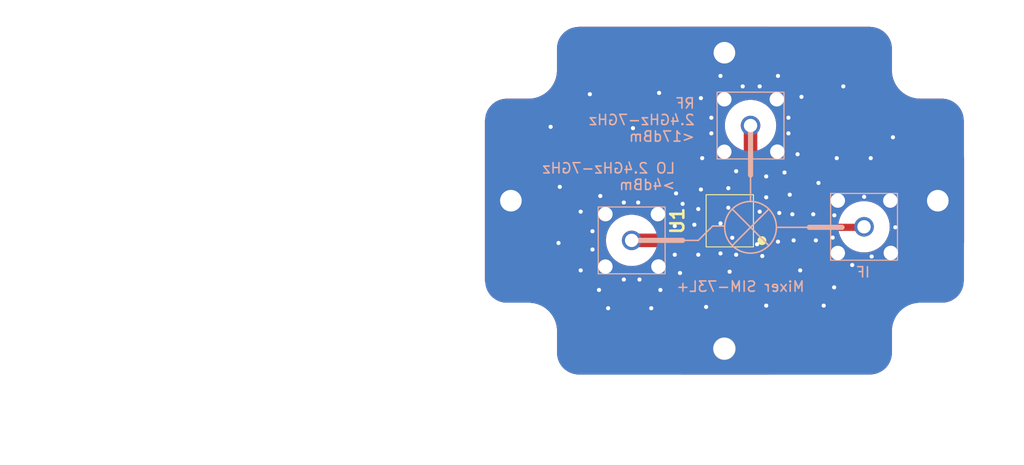
<source format=kicad_pcb>
(kicad_pcb (version 20240108) (generator "pcbnew") (generator_version "8.0")
  (layers (0 "F.Cu" signal) (31 "B.Cu" signal) (34 "B.Paste" user) (35 "F.Paste" user) (36 "B.SilkS" user "B.Silkscreen") (37 "F.SilkS" user "F.Silkscreen") (38 "B.Mask" user) (39 "F.Mask" user) (44 "Edge.Cuts" user))
  (net 0 "")
  (net 1 "GND")
  (net 2 "/IF")
  (net 3 "Net-(U1-RF)")
  (net 4 "Net-(U1-LO)")
  (footprint "MUSIC_Lab:Outline_3x2_cavity_1.5mm" (layer "F.Cu") (at 75.626252 98.201921)
    (property "Reference" "outline1" (hide yes))
    (property "Value" "~" (hide yes))
    (fp_circle (center 70.163748 -11.081921) (end 70.163748 -12.131921) (stroke (width 0.1)) (fill none) (layer "Edge.Cuts"))
    (fp_poly (pts (arc (start 53.907539 -10.683414) (mid 54.522614 -9.198523) (end 56.007491 -8.583414)) (arc (start 84.347539 -8.583413) (mid 85.832429 -9.198514) (end 86.447539 -10.683401)) (arc (start 86.447539 -12.783401) (mid 87.267035 -14.754369) (end 89.242316 -15.563414)) (arc (start 91.327539 -15.563414) (mid 92.812429 -16.178514) (end 93.427539 -17.663401)) (arc (start 93.427539 -33.319696) (mid 92.806647 -34.794049) (end 91.327491 -35.403414)) (arc (start 89.227491 -35.403414) (mid 87.26178 -36.217689) (end 86.447539 -38.183414)) (arc (start 86.447539 -40.266906) (mid 85.838239 -41.762457) (end 84.347491 -42.383415)) (arc (start 55.994958 -42.383414) (mid 54.518224 -41.763835) (end 53.907539 -40.283401)) (arc (start 53.907539 -38.1834) (mid 53.093262 -36.217681) (end 51.127539 -35.403414)) (arc (start 49.014958 -35.403414) (mid 47.538224 -34.783835) (end 46.927539 -33.303401)) (arc (start 46.927539 -17.663414) (mid 47.542614 -16.178523) (end 49.027491 -15.563414)) (arc (start 51.127391 -15.563414) (mid 53.086569 -14.755788) (end 53.907539 -12.802164))) (stroke (width 0.0001)) (fill none) (layer "Edge.Cuts"))
    (pad "1" thru_hole circle (at 49.413748 -25.481921) (size 3 3) (drill 2.1) (layers "*.Cu" "*.Mask") (net 1 "GND"))
    (pad "1" thru_hole circle (at 70.163748 -11.081921) (size 3 3) (drill 2.1) (layers "*.Cu" "*.Mask") (net 1 "GND"))
    (pad "1" thru_hole custom (at 70.171458 -39.881921) (size 3 3) (drill 2.1) (layers "*.Cu" "*.Mask") (net 1 "GND") (options (clearance outline) (anchor circle)) (primitives (gr_poly (pts (xy 4.09439 -2.532075) (xy -4.269038 -2.532075) (xy -4.209038 -1.00664) (xy -4.091013 -1.019578) (xy -3.853623 -1.015131) (xy -3.619343 -0.976572) (xy -3.39305 -0.904704) (xy -3.179452 -0.801024) (xy -2.982995 -0.667688) (xy -2.807768 -0.507472) (xy -2.657417 -0.32371) (xy -2.535072 -0.120227) (xy -2.443279 0.098743) (xy -2.411727 0.213206) (xy -2.395954 0.366565) (xy -2.329764 0.667679) (xy -2.225472 0.957805) (xy -2.084803 1.232145) (xy -1.910083 1.48616) (xy -1.704204 1.715647) (xy -1.470572 1.916809) (xy -1.213052 2.086319) (xy -0.935904 2.221372) (xy -0.643713 2.319734) (xy -0.341314 2.379777) (xy -0.03371 2.400508) (xy 0.274011 2.381585) (xy 0.576758 2.323319) (xy 0.869521 2.226676) (xy 1.147458 2.093254) (xy 1.40597 1.92526) (xy 1.64078 1.725473) (xy 1.848004 1.4972) (xy 2.024213 1.244217) (xy 2.166492 0.970708) (xy 2.272487 0.681199) (xy 2.340444 0.380479) (xy 2.357079 0.227212) (xy 2.388637 0.112751) (xy 2.480429 -0.10622) (xy 2.602773 -0.309704) (xy 2.753123 -0.493467) (xy 2.928349 -0.653684) (xy 3.124806 -0.787021) (xy 3.338403 -0.890703) (xy 3.564697 -0.962572) (xy 3.798976 -1.001132) (xy 4.036366 -1.005582) (xy 4.15439 -0.992634)) (width 0) (fill yes)) (gr_rect (start -14.190291 -2.5) (end 14.19029 -1) (width 0.05) (fill yes)) (gr_poly (pts (arc (start 21.142242 4.479999) (mid 22.619 5.099554) (end 23.229661 6.580012)) (arc (start 21.729662 6.580012) (mid 21.556262 6.158134) (end 21.136361 5.979999)) (arc (start 19.029661 5.979999) (mid 16.003253 4.726417) (end 14.749661 1.700012)) (arc (start 14.749661 -0.399988) (mid 14.576261 -0.821866) (end 14.15636 -1.000001)) (arc (start 14.162242 -2.500001) (mid 15.639 -1.880446) (end 16.249661 -0.399988)) (arc (start 16.249661 1.700013) (mid 17.063913 3.665756) (end 19.029661 4.479999))) (width 0) (fill yes)) (gr_rect (start 21.74229 6.564832) (end 23.24229 22.220013) (width 0.05) (fill yes)) (gr_poly (pts (arc (start 21.154871 24.320026) (mid 22.631629 23.700471) (end 23.24229 22.220013)) (arc (start 21.742291 22.220013) (mid 21.568891 22.641891) (end 21.14899 22.820026)) (arc (start 19.04229 22.820026) (mid 16.015882 24.073608) (end 14.76229 27.100013)) (arc (start 14.76229 29.200013) (mid 14.58889 29.621891) (end 14.168989 29.800026)) (arc (start 14.174871 31.300026) (mid 15.651629 30.680471) (end 16.26229 29.200013)) (arc (start 16.26229 27.100012) (mid 17.076542 25.134269) (end 19.04229 24.320026))) (width 0) (fill yes)) (gr_rect (start -14.218291 29.800001) (end 14.16229 31.300001) (width 0.05) (fill yes)) (gr_poly (pts (arc (start -21.157758 24.32) (mid -22.634516 23.700445) (end -23.245177 22.219987)) (arc (start -21.745178 22.219987) (mid -21.571778 22.641865) (end -21.151877 22.82)) (arc (start -19.045177 22.82) (mid -16.018769 24.073582) (end -14.765177 27.099987)) (arc (start -14.765177 29.199987) (mid -14.591777 29.621865) (end -14.171876 29.8)) (arc (start -14.177758 31.3) (mid -15.654516 30.680445) (end -16.265177 29.199987)) (arc (start -16.265177 27.099986) (mid -17.079429 25.134243) (end -19.045177 24.32))) (width 0) (fill yes)) (gr_rect (start -23.25771 6.564819) (end -21.75771 22.22) (width 0.05) (fill yes)) (gr_poly (pts (xy 23.294873 18.524608) (xy 23.294873 10.16118) (xy 21.769438 10.22118) (xy 21.782376 10.339205) (xy 21.777929 10.576595) (xy 21.73937 10.810875) (xy 21.667502 11.037168) (xy 21.563822 11.250766) (xy 21.430486 11.447223) (xy 21.27027 11.622451) (xy 21.086508 11.772801) (xy 20.883025 11.895146) (xy 20.664054 11.986939) (xy 20.549592 12.018492) (xy 20.396234 12.034264) (xy 20.095119 12.100454) (xy 19.804993 12.204746) (xy 19.530653 12.345415) (xy 19.276638 12.520135) (xy 19.047152 12.726014) (xy 18.845989 12.959645) (xy 18.676479 13.217166) (xy 18.541426 13.494314) (xy 18.443064 13.786505) (xy 18.383021 14.088904) (xy 18.36229 14.396508) (xy 18.381213 14.704229) (xy 18.439479 15.006976) (xy 18.536122 15.299739) (xy 18.669544 15.577676) (xy 18.837538 15.836188) (xy 19.037324 16.070998) (xy 19.265597 16.278222) (xy 19.518581 16.454431) (xy 19.792089 16.59671) (xy 20.081599 16.702705) (xy 20.382319 16.770662) (xy 20.535586 16.787297) (xy 20.650047 16.818855) (xy 20.869019 16.910647) (xy 21.072501 17.032992) (xy 21.256265 17.183341) (xy 21.416482 17.358567) (xy 21.549819 17.555024) (xy 21.653501 17.768621) (xy 21.72537 17.994915) (xy 21.763929 18.229194) (xy 21.76838 18.466584) (xy 21.755432 18.584608)) (width 0) (fill yes)) (gr_poly (pts (xy -4.09581 31.32909) (xy 4.267618 31.32909) (xy 4.207618 29.803655) (xy 4.089593 29.816593) (xy 3.852203 29.812147) (xy 3.617923 29.773587) (xy 3.391631 29.701719) (xy 3.178032 29.598039) (xy 2.981575 29.464703) (xy 2.806348 29.304487) (xy 2.655997 29.120726) (xy 2.533652 28.917241) (xy 2.441859 28.698271) (xy 2.410306 28.583809) (xy 2.394534 28.43045) (xy 2.328344 28.129336) (xy 2.224052 27.83921) (xy 2.083383 27.56487) (xy 1.908663 27.310855) (xy 1.702784 27.081369) (xy 1.469151 26.880206) (xy 1.211632 26.710696) (xy 0.934484 26.575642) (xy 0.642293 26.477281) (xy 0.339894 26.417239) (xy 0.03229 26.396508) (xy -0.275431 26.41543) (xy -0.578179 26.473696) (xy -0.870941 26.570339) (xy -1.148878 26.703761) (xy -1.40739 26.871755) (xy -1.6422 27.071542) (xy -1.849424 27.299815) (xy -2.025633 27.552798) (xy -2.167912 27.826307) (xy -2.273907 28.115816) (xy -2.341864 28.416536) (xy -2.358499 28.569803) (xy -2.390057 28.684264) (xy -2.481849 28.903235) (xy -2.604194 29.106719) (xy -2.754543 29.290481) (xy -2.929769 29.450698) (xy -3.126226 29.584036) (xy -3.339823 29.687718) (xy -3.566117 29.759587) (xy -3.800396 29.798147) (xy -4.037786 29.802597) (xy -4.15581 29.789649)) (width 0) (fill yes)) (gr_poly (pts (xy -23.280293 10.278408) (xy -23.280293 18.641836) (xy -21.754858 18.581836) (xy -21.767796 18.463811) (xy -21.763349 18.226421) (xy -21.72479 17.992141) (xy -21.652922 17.765848) (xy -21.549242 17.55225) (xy -21.415906 17.355793) (xy -21.25569 17.180566) (xy -21.071928 17.030215) (xy -20.868445 16.90787) (xy -20.649474 16.816077) (xy -20.535012 16.784524) (xy -20.381653 16.768752) (xy -20.080539 16.702562) (xy -19.790413 16.59827) (xy -19.516073 16.457601) (xy -19.262058 16.282881) (xy -19.032572 16.077002) (xy -18.831409 15.84337) (xy -18.661899 15.58585) (xy -18.526846 15.308702) (xy -18.428484 15.016511) (xy -18.368441 14.714112) (xy -18.34771 14.406508) (xy -18.366633 14.098787) (xy -18.424899 13.79604) (xy -18.521542 13.503277) (xy -18.654964 13.22534) (xy -18.822958 12.966828) (xy -19.022745 12.732018) (xy -19.251018 12.524794) (xy -19.504001 12.348585) (xy -19.77751 12.206306) (xy -20.067019 12.100311) (xy -20.367739 12.032354) (xy -20.521006 12.015719) (xy -20.635467 11.984161) (xy -20.854438 11.892369) (xy -21.057922 11.770024) (xy -21.241685 11.619675) (xy -21.401902 11.444449) (xy -21.535239 11.247992) (xy -21.638921 11.034395) (xy -21.71079 10.808101) (xy -21.74935 10.573822) (xy -21.7538 10.336432) (xy -21.740852 10.218408)) (width 0) (fill yes)) (gr_poly (pts (arc (start -21.170291 4.48) (mid -22.647049 5.099555) (end -23.25771 6.580013)) (arc (start -21.757711 6.580013) (mid -21.584311 6.158135) (end -21.16441 5.98)) (arc (start -19.05771 5.98) (mid -16.031302 4.726418) (end -14.77771 1.700013)) (arc (start -14.77771 -0.399987) (mid -14.60431 -0.821865) (end -14.184409 -1)) (arc (start -14.190291 -2.5) (mid -15.667049 -1.880445) (end -16.27771 -0.399987)) (arc (start -16.27771 1.700014) (mid -17.091962 3.665757) (end -19.05771 4.48))) (width 0) (fill yes))))
    (pad "1" thru_hole circle (at 90.913749 -25.481921) (size 3 3) (drill 2.1) (layers "*.Cu" "*.Mask") (net 1 "GND"))
  )
  (footprint "MUSIC_Lab:Mixer_SIM73L" (layer "F.Cu") (at 146.304 74.676 90)
    (property "Reference" "U1" (at 0 -5.08 90) (layer "F.SilkS") (effects (font (size 1.27 1.27) (thickness 0.254))))
    (property "Value" "~" (hide yes))
    (fp_rect (start -2.54 -2.286) (end 2.54 2.3114) (stroke (width 0.1)) (fill none) (layer "F.SilkS"))
    (fp_circle (center -1.93 3.14) (end -1.5488 3.14) (stroke (width 0.1)) (fill solid) (layer "F.SilkS"))
    (pad "1" smd rect (at -1.905 0.975 90) (size 0.76 3.23) (layers "F.Cu" "F.Paste" "F.Mask") (net 1 "GND"))
    (pad "2" smd rect (at -0.635 2.045 90) (size 0.76 1.09) (layers "F.Cu" "F.Paste" "F.Mask") (net 2 "/IF"))
    (pad "3" smd rect (at 0.635 1.6 90) (size 0.76 1.98) (layers "F.Cu" "F.Paste" "F.Mask") (net 1 "GND"))
    (pad "4" smd rect (at 1.905 2.045 90) (size 0.76 1.09) (layers "F.Cu" "F.Paste" "F.Mask") (net 3 "Net-(U1-RF)"))
    (pad "5" smd rect (at 1.905 -2.045 90) (size 0.76 1.09) (layers "F.Cu" "F.Paste" "F.Mask") (net 1 "GND"))
    (pad "6" smd rect (at 0.635 -2.045 90) (size 0.76 1.09) (layers "F.Cu" "F.Paste" "F.Mask") (net 1 "GND"))
    (pad "7" smd rect (at -0.635 -2.045 90) (size 0.76 1.09) (layers "F.Cu" "F.Paste" "F.Mask") (net 1 "GND"))
    (pad "8" smd rect (at -1.905 -2.045 90) (size 0.76 1.09) (layers "F.Cu" "F.Paste" "F.Mask") (net 4 "Net-(U1-LO)"))
    (pad "9" smd rect (at -1.27 -0.015 90) (size 0.51 1.25) (layers "F.Cu" "F.Paste" "F.Mask") (net 1 "GND"))
    (pad "9" smd rect (at 0.635 -0.445 180) (size 2.11 3.3) (layers "F.Cu" "F.Paste" "F.Mask") (net 1 "GND"))
  )
  (footprint "MUSIC_Lab:SMA_KHD_Back" (layer "B.Cu") (at 148.336 65.405 180)
    (property "Reference" "SMA1" (hide yes))
    (property "Value" "~" (hide yes))
    (fp_rect (start 3.25 -3.25) (end -3.25 3.25) (stroke (width 0.12)) (fill none) (layer "B.SilkS"))
    (pad "1" thru_hole circle (at 0 0 180) (size 1.9 1.9) (drill 1.3) (layers "*.Cu" "*.Mask") (net 3 "Net-(U1-RF)"))
    (pad "2" thru_hole circle (at -2.6 -2.54 180) (size 2 2) (drill 1.4) (layers "*.Cu" "*.Mask") (net 1 "GND") (thermal_bridge_width 0.5) (thermal_gap 0.25))
    (pad "2" thru_hole circle (at -2.55 2.55 180) (size 2 2) (drill 1.4) (layers "*.Cu" "*.Mask") (net 1 "GND") (thermal_bridge_width 0.5) (thermal_gap 0.25))
    (pad "2" thru_hole circle (at 2.55 -2.55 180) (size 2 2) (drill 1.4) (layers "*.Cu" "*.Mask") (net 1 "GND") (thermal_bridge_width 0.5) (thermal_gap 0.25))
    (pad "2" thru_hole circle (at 2.55 2.55 180) (size 2 2) (drill 1.4) (layers "*.Cu" "*.Mask") (net 1 "GND") (thermal_bridge_width 0.5) (thermal_gap 0.25))
    (zone (net 0) (net_name "") (layers "*.Cu") (connect_pads (clearance 0)) (min_thickness 0.25)
      (keepout (tracks allowed) (vias not_allowed) (pads allowed) (copperpour not_allowed) (footprints allowed))
      (fill (thermal_gap 0.5) (thermal_bridge_width 0.5))
      (polygon (pts (xy 145.836 65.405) (xy 145.855713 65.091667) (xy 145.914542 64.783275) (xy 146.011559 64.484689) (xy 146.145233 64.200616) (xy 146.313458 63.935537) (xy 146.513578 63.693632) (xy 146.74244 63.478717) (xy 146.996433 63.29418) (xy 147.271552 63.142932) (xy 147.563458 63.027359) (xy 147.867547 62.949282) (xy 148.179024 62.909933) (xy 148.492976 62.909933) (xy 148.804453 62.949282) (xy 149.108542 63.027359) (xy 149.400448 63.142932) (xy 149.675567 63.29418) (xy 149.92956 63.478717) (xy 150.158422 63.693632) (xy 150.358542 63.935537) (xy 150.526767 64.200616) (xy 150.660441 64.484689) (xy 150.757458 64.783275) (xy 150.816287 65.091667) (xy 150.836 65.405) (xy 150.816287 65.718333) (xy 150.757458 66.026725) (xy 150.660441 66.325311) (xy 150.526767 66.609384) (xy 150.358542 66.874463) (xy 150.158422 67.116368) (xy 149.92956 67.331283) (xy 149.675567 67.51582) (xy 149.400448 67.667068) (xy 149.108542 67.782641) (xy 148.804453 67.860718) (xy 148.492976 67.900067) (xy 148.179024 67.900067) (xy 147.867547 67.860718) (xy 147.563458 67.782641) (xy 147.271552 67.667068) (xy 146.996433 67.51582) (xy 146.74244 67.331283) (xy 146.513578 67.116368) (xy 146.313458 66.874463) (xy 146.145233 66.609384) (xy 146.011559 66.325311) (xy 145.914542 66.026725) (xy 145.855713 65.718333)))
    )
  )
  (footprint "MUSIC_Lab:SMA_KHD_Back" (layer "B.Cu") (at 136.779 76.581 180)
    (property "Reference" "SMA2" (hide yes))
    (property "Value" "~" (hide yes))
    (fp_rect (start 3.25 -3.25) (end -3.25 3.25) (stroke (width 0.12)) (fill none) (layer "B.SilkS"))
    (pad "1" thru_hole circle (at 0 0 180) (size 1.9 1.9) (drill 1.3) (layers "*.Cu" "*.Mask") (net 4 "Net-(U1-LO)"))
    (pad "2" thru_hole circle (at -2.6 -2.54 180) (size 2 2) (drill 1.4) (layers "*.Cu" "*.Mask") (net 1 "GND") (thermal_bridge_width 0.5) (thermal_gap 0.25))
    (pad "2" thru_hole circle (at -2.55 2.55 180) (size 2 2) (drill 1.4) (layers "*.Cu" "*.Mask") (net 1 "GND") (thermal_bridge_width 0.5) (thermal_gap 0.25))
    (pad "2" thru_hole circle (at 2.55 -2.55 180) (size 2 2) (drill 1.4) (layers "*.Cu" "*.Mask") (net 1 "GND") (thermal_bridge_width 0.5) (thermal_gap 0.25))
    (pad "2" thru_hole circle (at 2.55 2.55 180) (size 2 2) (drill 1.4) (layers "*.Cu" "*.Mask") (net 1 "GND") (thermal_bridge_width 0.5) (thermal_gap 0.25))
    (zone (net 0) (net_name "") (layers "*.Cu") (connect_pads (clearance 0)) (min_thickness 0.25)
      (keepout (tracks allowed) (vias not_allowed) (pads allowed) (copperpour not_allowed) (footprints allowed))
      (fill (thermal_gap 0.5) (thermal_bridge_width 0.5))
      (polygon (pts (xy 134.279 76.581) (xy 134.298713 76.267667) (xy 134.357542 75.959275) (xy 134.454559 75.660689) (xy 134.588233 75.376616) (xy 134.756458 75.111537) (xy 134.956578 74.869632) (xy 135.18544 74.654717) (xy 135.439433 74.47018) (xy 135.714552 74.318932) (xy 136.006458 74.203359) (xy 136.310547 74.125282) (xy 136.622024 74.085933) (xy 136.935976 74.085933) (xy 137.247453 74.125282) (xy 137.551542 74.203359) (xy 137.843448 74.318932) (xy 138.118567 74.47018) (xy 138.37256 74.654717) (xy 138.601422 74.869632) (xy 138.801542 75.111537) (xy 138.969767 75.376616) (xy 139.103441 75.660689) (xy 139.200458 75.959275) (xy 139.259287 76.267667) (xy 139.279 76.581) (xy 139.259287 76.894333) (xy 139.200458 77.202725) (xy 139.103441 77.501311) (xy 138.969767 77.785384) (xy 138.801542 78.050463) (xy 138.601422 78.292368) (xy 138.37256 78.507283) (xy 138.118567 78.69182) (xy 137.843448 78.843068) (xy 137.551542 78.958641) (xy 137.247453 79.036718) (xy 136.935976 79.076067) (xy 136.622024 79.076067) (xy 136.310547 79.036718) (xy 136.006458 78.958641) (xy 135.714552 78.843068) (xy 135.439433 78.69182) (xy 135.18544 78.507283) (xy 134.956578 78.292368) (xy 134.756458 78.050463) (xy 134.588233 77.785384) (xy 134.454559 77.501311) (xy 134.357542 77.202725) (xy 134.298713 76.894333)))
    )
  )
  (footprint "MUSIC_Lab:SMA_KHD_Back" (layer "B.Cu") (at 159.37 75.26 180)
    (property "Reference" "SMA3" (hide yes))
    (property "Value" "~" (hide yes))
    (fp_rect (start 3.25 -3.25) (end -3.25 3.25) (stroke (width 0.12)) (fill none) (layer "B.SilkS"))
    (pad "1" thru_hole circle (at 0 0 180) (size 1.9 1.9) (drill 1.3) (layers "*.Cu" "*.Mask") (net 2 "/IF"))
    (pad "2" thru_hole circle (at -2.6 -2.54 180) (size 2 2) (drill 1.4) (layers "*.Cu" "*.Mask") (net 1 "GND") (thermal_bridge_width 0.5) (thermal_gap 0.25))
    (pad "2" thru_hole circle (at -2.55 2.55 180) (size 2 2) (drill 1.4) (layers "*.Cu" "*.Mask") (net 1 "GND") (thermal_bridge_width 0.5) (thermal_gap 0.25))
    (pad "2" thru_hole circle (at 2.55 -2.55 180) (size 2 2) (drill 1.4) (layers "*.Cu" "*.Mask") (net 1 "GND") (thermal_bridge_width 0.5) (thermal_gap 0.25))
    (pad "2" thru_hole circle (at 2.55 2.55 180) (size 2 2) (drill 1.4) (layers "*.Cu" "*.Mask") (net 1 "GND") (thermal_bridge_width 0.5) (thermal_gap 0.25))
    (zone (net 0) (net_name "") (layers "*.Cu") (connect_pads (clearance 0)) (min_thickness 0.25)
      (keepout (tracks allowed) (vias not_allowed) (pads allowed) (copperpour not_allowed) (footprints allowed))
      (fill (thermal_gap 0.5) (thermal_bridge_width 0.5))
      (polygon (pts (xy 156.87 75.26) (xy 156.889713 74.946667) (xy 156.948542 74.638275) (xy 157.045559 74.339689) (xy 157.179233 74.055616) (xy 157.347458 73.790537) (xy 157.547578 73.548632) (xy 157.77644 73.333717) (xy 158.030433 73.14918) (xy 158.305552 72.997932) (xy 158.597458 72.882359) (xy 158.901547 72.804282) (xy 159.213024 72.764933) (xy 159.526976 72.764933) (xy 159.838453 72.804282) (xy 160.142542 72.882359) (xy 160.434448 72.997932) (xy 160.709567 73.14918) (xy 160.96356 73.333717) (xy 161.192422 73.548632) (xy 161.392542 73.790537) (xy 161.560767 74.055616) (xy 161.694441 74.339689) (xy 161.791458 74.638275) (xy 161.850287 74.946667) (xy 161.87 75.26) (xy 161.850287 75.573333) (xy 161.791458 75.881725) (xy 161.694441 76.180311) (xy 161.560767 76.464384) (xy 161.392542 76.729463) (xy 161.192422 76.971368) (xy 160.96356 77.186283) (xy 160.709567 77.37082) (xy 160.434448 77.522068) (xy 160.142542 77.637641) (xy 159.838453 77.715718) (xy 159.526976 77.755067) (xy 159.213024 77.755067) (xy 158.901547 77.715718) (xy 158.597458 77.637641) (xy 158.305552 77.522068) (xy 158.030433 77.37082) (xy 157.77644 77.186283) (xy 157.547578 76.971368) (xy 157.347458 76.729463) (xy 157.179233 76.464384) (xy 157.045559 76.180311) (xy 156.948542 75.881725) (xy 156.889713 75.573333)))
    )
  )
  (gr_line (start 141.732 76.581) (end 137.287 76.581) (stroke (width 0.5)) (layer "B.SilkS"))
  (gr_line (start 148.336 65.659) (end 148.336 70.231) (stroke (width 0.5)) (layer "B.SilkS"))
  (gr_line (start 157.226 75.311) (end 154.051 75.311) (stroke (width 0.5)) (layer "B.SilkS"))
  (gr_line (start 150.876 75.311) (end 154.178 75.311) (stroke (width 0.15)) (layer "B.SilkS"))
  (gr_line (start 146.558 73.533) (end 150.114 77.089) (stroke (width 0.15)) (layer "B.SilkS"))
  (gr_line (start 143.256 76.581) (end 141.097 76.581) (stroke (width 0.15)) (layer "B.SilkS"))
  (gr_line (start 150.0505 73.5965) (end 146.6215 77.0255) (stroke (width 0.15)) (layer "B.SilkS"))
  (gr_line (start 144.653 75.184) (end 143.24902 76.58798) (stroke (width 0.15)) (layer "B.SilkS"))
  (gr_line (start 148.336 72.771) (end 148.336 69.977) (stroke (width 0.15)) (layer "B.SilkS"))
  (gr_line (start 144.653 75.184) (end 145.796 75.184) (stroke (width 0.15)) (layer "B.SilkS"))
  (gr_circle (center 148.336 75.311) (end 150.850472 75.311) (stroke (width 0.15)) (fill none) (layer "B.SilkS"))
  (gr_text "IF" (at 160.04 80.27 0) (layer "B.SilkS") (effects (font (size 1 1)) (justify left bottom mirror)))
  (gr_text "LO 2.4GHz-7GHz\n>4dBm" (at 141.097 71.755 0) (layer "B.SilkS") (effects (font (size 1 1)) (justify left bottom mirror)))
  (gr_text "Mixer SIM-73L+" (at 153.67 81.661 0) (layer "B.SilkS") (effects (font (size 1 1)) (justify left bottom mirror)))
  (gr_text "RF \n2.4GHz-7GHz\n<17dBm" (at 143.002 67.056 0) (layer "B.SilkS") (effects (font (size 1 1)) (justify left bottom mirror)))
  (via (at 139.573 81.407) (size 0.6) (drill 0.4) (layers "F.Cu" "B.Cu") (net 1))
  (via (at 146.177 73.406) (size 0.6) (drill 0.4) (layers "F.Cu" "B.Cu") (net 1))
  (via (at 152.019 64.643) (size 0.6) (drill 0.4) (layers "F.Cu" "B.Cu") (net 1))
  (via (at 145.415 77.851) (size 0.6) (drill 0.4) (layers "F.Cu" "B.Cu") (net 1))
  (via (at 155.448 82.931) (size 0.6) (drill 0.4) (layers "F.Cu" "B.Cu") (net 1))
  (via (at 146.939 77.978) (size 0.6) (drill 0.4) (layers "F.Cu" "B.Cu") (net 1))
  (via (at 144.526 66.167) (size 0.6) (drill 0.4) (layers "F.Cu" "B.Cu") (net 1))
  (via (at 146.939 69.85) (size 0.6) (drill 0.4) (layers "F.Cu" "B.Cu") (net 1))
  (via (at 154.432 74.041) (size 0.6) (drill 0.4) (layers "F.Cu" "B.Cu") (net 1))
  (via (at 146.304 79.629) (size 0.6) (drill 0.4) (layers "F.Cu" "B.Cu") (net 1))
  (via (at 151.003 60.579) (size 0.6) (drill 0.4) (layers "F.Cu" "B.Cu") (net 1))
  (via (at 156.718 68.58) (size 0.6) (drill 0.4) (layers "F.Cu" "B.Cu") (net 1))
  (via (at 149.225 73.787) (size 0.6) (drill 0.4) (layers "F.Cu" "B.Cu") (net 1))
  (via (at 152.908 68.199) (size 0.6) (drill 0.4) (layers "F.Cu" "B.Cu") (net 1))
  (via (at 131.826 73.787) (size 0.6) (drill 0.4) (layers "F.Cu" "B.Cu") (net 1))
  (via (at 152.4 74.041) (size 0.6) (drill 0.4) (layers "F.Cu" "B.Cu") (net 1))
  (via (at 136.017 80.391) (size 0.6) (drill 0.4) (layers "F.Cu" "B.Cu") (net 1))
  (via (at 154.94 70.993) (size 0.6) (drill 0.4) (layers "F.Cu" "B.Cu") (net 1))
  (via (at 144.526 64.643) (size 0.6) (drill 0.4) (layers "F.Cu" "B.Cu") (net 1))
  (via (at 143.256 77.978) (size 0.6) (drill 0.4) (layers "F.Cu" "B.Cu") (net 1))
  (via (at 154.686 76.581) (size 0.6) (drill 0.4) (layers "F.Cu" "B.Cu") (net 1))
  (via (at 151.003 76.708) (size 0.6) (drill 0.4) (layers "F.Cu" "B.Cu") (net 1))
  (via (at 149.86 82.931) (size 0.6) (drill 0.4) (layers "F.Cu" "B.Cu") (net 1))
  (via (at 140.97 75.184) (size 0.6) (drill 0.4) (layers "F.Cu" "B.Cu") (net 1))
  (via (at 152.146 72.136) (size 0.6) (drill 0.4) (layers "F.Cu" "B.Cu") (net 1))
  (via (at 143.256 73.533) (size 0.6) (drill 0.4) (layers "F.Cu" "B.Cu") (net 1))
  (via (at 136.017 72.898) (size 0.6) (drill 0.4) (layers "F.Cu" "B.Cu") (net 1))
  (via (at 141.732 73.025) (size 0.6) (drill 0.4) (layers "F.Cu" "B.Cu") (net 1))
  (via (at 133.604 81.407) (size 0.6) (drill 0.4) (layers "F.Cu" "B.Cu") (net 1))
  (via (at 132.969 77.47) (size 0.6) (drill 0.4) (layers "F.Cu" "B.Cu") (net 1))
  (via (at 136.906 65.659) (size 0.6) (drill 0.4) (layers "F.Cu" "B.Cu") (net 1))
  (via (at 143.51 71.628) (size 0.6) (drill 0.4) (layers "F.Cu" "B.Cu") (net 1))
  (via (at 153.162 79.502) (size 0.6) (drill 0.4) (layers "F.Cu" "B.Cu") (net 1))
  (via (at 160.02 68.58) (size 0.6) (drill 0.4) (layers "F.Cu" "B.Cu") (net 1))
  (via (at 143.637 68.58) (size 0.6) (drill 0.4) (layers "F.Cu" "B.Cu") (net 1))
  (via (at 141.097 72.009) (size 0.6) (drill 0.4) (layers "F.Cu" "B.Cu") (net 1))
  (via (at 149.86 72.39) (size 0.6) (drill 0.4) (layers "F.Cu" "B.Cu") (net 1))
  (via (at 145.415 60.579) (size 0.6) (drill 0.4) (layers "F.Cu" "B.Cu") (net 1))
  (via (at 129.667 76.835) (size 0.6) (drill 0.4) (layers "F.Cu" "B.Cu") (net 1))
  (via (at 132.715 62.357) (size 0.6) (drill 0.4) (layers "F.Cu" "B.Cu") (net 1))
  (via (at 137.414 72.898) (size 0.6) (drill 0.4) (layers "F.Cu" "B.Cu") (net 1))
  (via (at 162.179 66.548) (size 0.6) (drill 0.4) (layers "F.Cu" "B.Cu") (net 1))
  (via (at 160.11 78.15) (size 0.6) (drill 0.4) (layers "F.Cu" "B.Cu") (net 1))
  (via (at 143.51 62.738) (size 0.6) (drill 0.4) (layers "F.Cu" "B.Cu") (net 1))
  (via (at 158.22 78.98) (size 0.6) (drill 0.4) (layers "F.Cu" "B.Cu") (net 1))
  (via (at 140.97 77.978) (size 0.6) (drill 0.4) (layers "F.Cu" "B.Cu") (net 1))
  (via (at 142.875 75.057) (size 0.6) (drill 0.4) (layers "F.Cu" "B.Cu") (net 1))
  (via (at 156.464 81.153) (size 0.6) (drill 0.4) (layers "F.Cu" "B.Cu") (net 1))
  (via (at 129.794 71.374) (size 0.6) (drill 0.4) (layers "F.Cu" "B.Cu") (net 1))
  (via (at 156.48 74.14) (size 0.6) (drill 0.4) (layers "F.Cu" "B.Cu") (net 1))
  (via (at 132.969 75.692) (size 0.6) (drill 0.4) (layers "F.Cu" "B.Cu") (net 1))
  (via (at 149.225 61.595) (size 0.6) (drill 0.4) (layers "F.Cu" "B.Cu") (net 1))
  (via (at 146.177 71.501) (size 0.6) (drill 0.4) (layers "F.Cu" "B.Cu") (net 1))
  (via (at 133.731 72.263) (size 0.6) (drill 0.4) (layers "F.Cu" "B.Cu") (net 1))
  (via (at 156.32 76.31) (size 0.6) (drill 0.4) (layers "F.Cu" "B.Cu") (net 1))
  (via (at 159.38 72.34) (size 0.6) (drill 0.4) (layers "F.Cu" "B.Cu") (net 1))
  (via (at 162.41 75.31) (size 0.6) (drill 0.4) (layers "F.Cu" "B.Cu") (net 1))
  (via (at 128.905 65.532) (size 0.6) (drill 0.4) (layers "F.Cu" "B.Cu") (net 1))
  (via (at 151.638 69.977) (size 0.6) (drill 0.4) (layers "F.Cu" "B.Cu") (net 1))
  (via (at 145.415 74.93) (size 0.6) (drill 0.4) (layers "F.Cu" "B.Cu") (net 1))
  (via (at 149.86 70.358) (size 0.6) (drill 0.4) (layers "F.Cu" "B.Cu") (net 1))
  (via (at 144.018 83.058) (size 0.6) (drill 0.4) (layers "F.Cu" "B.Cu") (net 1))
  (via (at 148.971 76.962) (size 0.6) (drill 0.4) (layers "F.Cu" "B.Cu") (net 1))
  (via (at 151.13 73.914) (size 0.6) (drill 0.4) (layers "F.Cu" "B.Cu") (net 1))
  (via (at 146.558 76.327) (size 0.6) (drill 0.4) (layers "F.Cu" "B.Cu") (net 1))
  (via (at 157.353 61.595) (size 0.6) (drill 0.4) (layers "F.Cu" "B.Cu") (net 1))
  (via (at 131.826 79.502) (size 0.6) (drill 0.4) (layers "F.Cu" "B.Cu") (net 1))
  (via (at 152.019 66.167) (size 0.6) (drill 0.4) (layers "F.Cu" "B.Cu") (net 1))
  (via (at 137.541 80.391) (size 0.6) (drill 0.4) (layers "F.Cu" "B.Cu") (net 1))
  (via (at 138.684 83.185) (size 0.6) (drill 0.4) (layers "F.Cu" "B.Cu") (net 1))
  (via (at 141.478 79.756) (size 0.6) (drill 0.4) (layers "F.Cu" "B.Cu") (net 1))
  (via (at 153.289 62.611) (size 0.6) (drill 0.4) (layers "F.Cu" "B.Cu") (net 1))
  (via (at 147.574 61.595) (size 0.6) (drill 0.4) (layers "F.Cu" "B.Cu") (net 1))
  (via (at 134.493 83.185) (size 0.6) (drill 0.4) (layers "F.Cu" "B.Cu") (net 1))
  (via (at 152.527 76.581) (size 0.6) (drill 0.4) (layers "F.Cu" "B.Cu") (net 1))
  (via (at 149.479 78.105) (size 0.6) (drill 0.4) (layers "F.Cu" "B.Cu") (net 1))
  (via (at 139.446 62.23) (size 0.6) (drill 0.4) (layers "F.Cu" "B.Cu") (net 1))
  (segment (start 157.099 75.311) (end 159.639 75.311) (width 0.7) (layer "F.Cu") (net 2))
  (segment (start 148.349 75.311) (end 157.099 75.311) (width 0.7) (layer "F.Cu") (net 2))
  (segment (start 148.349 72.136) (end 148.349 72.771) (width 0.95) (layer "F.Cu") (net 3))
  (segment (start 148.336 72.123) (end 148.336 65.405) (width 1.32) (layer "F.Cu") (net 3))
  (segment (start 148.349 72.136) (end 148.336 72.123) (width 1.32) (layer "F.Cu") (net 3))
  (segment (start 143.129 76.581) (end 144.259 76.581) (width 0.75) (layer "F.Cu") (net 4))
  (segment (start 143.129 76.581) (end 136.779 76.581) (width 1.32) (layer "F.Cu") (net 4))
  (zone (net 1) (net_name "GND") (layers "F&B.Cu") (connect_pads yes (clearance 0.25)) (min_thickness 0.25) (fill yes (thermal_gap 0.5) (thermal_bridge_width 0.5) (smoothing chamfer))
    (polygon (pts (xy 117.637 53.189) (xy 173.554 53.542) (xy 174.931 91.628) (xy 118.76 91.148)))
  )
)
</source>
